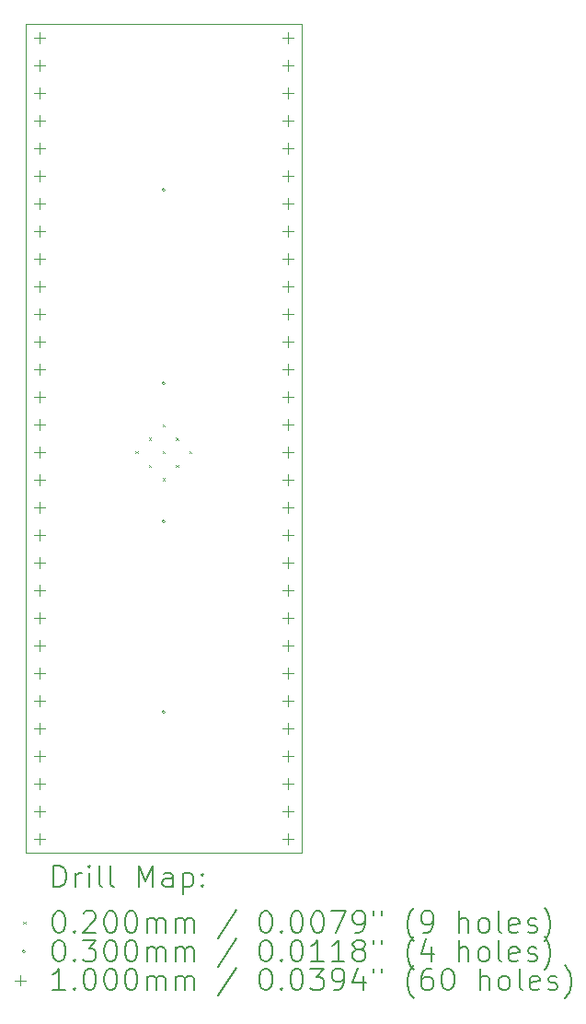
<source format=gbr>
%TF.GenerationSoftware,KiCad,Pcbnew,9.0.6*%
%TF.CreationDate,2026-01-07T22:53:05-06:00*%
%TF.ProjectId,QFN-56_7x7_P0.4,51464e2d-3536-45f3-9778-375f50302e34,rev?*%
%TF.SameCoordinates,Original*%
%TF.FileFunction,Drillmap*%
%TF.FilePolarity,Positive*%
%FSLAX45Y45*%
G04 Gerber Fmt 4.5, Leading zero omitted, Abs format (unit mm)*
G04 Created by KiCad (PCBNEW 9.0.6) date 2026-01-07 22:53:05*
%MOMM*%
%LPD*%
G01*
G04 APERTURE LIST*
%ADD10C,0.050000*%
%ADD11C,0.200000*%
%ADD12C,0.100000*%
G04 APERTURE END LIST*
D10*
X12573000Y-8255000D02*
X15113000Y-8255000D01*
X15113000Y-15875000D01*
X12573000Y-15875000D01*
X12573000Y-8255000D01*
D11*
D12*
X13585513Y-12182000D02*
X13605513Y-12202000D01*
X13605513Y-12182000D02*
X13585513Y-12202000D01*
X13709256Y-12058256D02*
X13729256Y-12078256D01*
X13729256Y-12058256D02*
X13709256Y-12078256D01*
X13709256Y-12305744D02*
X13729256Y-12325744D01*
X13729256Y-12305744D02*
X13709256Y-12325744D01*
X13833000Y-11934513D02*
X13853000Y-11954513D01*
X13853000Y-11934513D02*
X13833000Y-11954513D01*
X13833000Y-12182000D02*
X13853000Y-12202000D01*
X13853000Y-12182000D02*
X13833000Y-12202000D01*
X13833000Y-12429487D02*
X13853000Y-12449487D01*
X13853000Y-12429487D02*
X13833000Y-12449487D01*
X13956744Y-12058256D02*
X13976744Y-12078256D01*
X13976744Y-12058256D02*
X13956744Y-12078256D01*
X13956744Y-12305744D02*
X13976744Y-12325744D01*
X13976744Y-12305744D02*
X13956744Y-12325744D01*
X14080487Y-12182000D02*
X14100487Y-12202000D01*
X14100487Y-12182000D02*
X14080487Y-12202000D01*
X13858000Y-9779000D02*
G75*
G02*
X13828000Y-9779000I-15000J0D01*
G01*
X13828000Y-9779000D02*
G75*
G02*
X13858000Y-9779000I15000J0D01*
G01*
X13858000Y-11557000D02*
G75*
G02*
X13828000Y-11557000I-15000J0D01*
G01*
X13828000Y-11557000D02*
G75*
G02*
X13858000Y-11557000I15000J0D01*
G01*
X13858000Y-12827000D02*
G75*
G02*
X13828000Y-12827000I-15000J0D01*
G01*
X13828000Y-12827000D02*
G75*
G02*
X13858000Y-12827000I15000J0D01*
G01*
X13858000Y-14579600D02*
G75*
G02*
X13828000Y-14579600I-15000J0D01*
G01*
X13828000Y-14579600D02*
G75*
G02*
X13858000Y-14579600I15000J0D01*
G01*
X12700000Y-8332000D02*
X12700000Y-8432000D01*
X12650000Y-8382000D02*
X12750000Y-8382000D01*
X12700000Y-8586000D02*
X12700000Y-8686000D01*
X12650000Y-8636000D02*
X12750000Y-8636000D01*
X12700000Y-8840000D02*
X12700000Y-8940000D01*
X12650000Y-8890000D02*
X12750000Y-8890000D01*
X12700000Y-9094000D02*
X12700000Y-9194000D01*
X12650000Y-9144000D02*
X12750000Y-9144000D01*
X12700000Y-9348000D02*
X12700000Y-9448000D01*
X12650000Y-9398000D02*
X12750000Y-9398000D01*
X12700000Y-9602000D02*
X12700000Y-9702000D01*
X12650000Y-9652000D02*
X12750000Y-9652000D01*
X12700000Y-9856000D02*
X12700000Y-9956000D01*
X12650000Y-9906000D02*
X12750000Y-9906000D01*
X12700000Y-10110000D02*
X12700000Y-10210000D01*
X12650000Y-10160000D02*
X12750000Y-10160000D01*
X12700000Y-10364000D02*
X12700000Y-10464000D01*
X12650000Y-10414000D02*
X12750000Y-10414000D01*
X12700000Y-10618000D02*
X12700000Y-10718000D01*
X12650000Y-10668000D02*
X12750000Y-10668000D01*
X12700000Y-10872000D02*
X12700000Y-10972000D01*
X12650000Y-10922000D02*
X12750000Y-10922000D01*
X12700000Y-11126000D02*
X12700000Y-11226000D01*
X12650000Y-11176000D02*
X12750000Y-11176000D01*
X12700000Y-11380000D02*
X12700000Y-11480000D01*
X12650000Y-11430000D02*
X12750000Y-11430000D01*
X12700000Y-11634000D02*
X12700000Y-11734000D01*
X12650000Y-11684000D02*
X12750000Y-11684000D01*
X12700000Y-11888000D02*
X12700000Y-11988000D01*
X12650000Y-11938000D02*
X12750000Y-11938000D01*
X12700000Y-12142000D02*
X12700000Y-12242000D01*
X12650000Y-12192000D02*
X12750000Y-12192000D01*
X12700000Y-12396000D02*
X12700000Y-12496000D01*
X12650000Y-12446000D02*
X12750000Y-12446000D01*
X12700000Y-12650000D02*
X12700000Y-12750000D01*
X12650000Y-12700000D02*
X12750000Y-12700000D01*
X12700000Y-12904000D02*
X12700000Y-13004000D01*
X12650000Y-12954000D02*
X12750000Y-12954000D01*
X12700000Y-13158000D02*
X12700000Y-13258000D01*
X12650000Y-13208000D02*
X12750000Y-13208000D01*
X12700000Y-13412000D02*
X12700000Y-13512000D01*
X12650000Y-13462000D02*
X12750000Y-13462000D01*
X12700000Y-13666000D02*
X12700000Y-13766000D01*
X12650000Y-13716000D02*
X12750000Y-13716000D01*
X12700000Y-13920000D02*
X12700000Y-14020000D01*
X12650000Y-13970000D02*
X12750000Y-13970000D01*
X12700000Y-14174000D02*
X12700000Y-14274000D01*
X12650000Y-14224000D02*
X12750000Y-14224000D01*
X12700000Y-14428000D02*
X12700000Y-14528000D01*
X12650000Y-14478000D02*
X12750000Y-14478000D01*
X12700000Y-14682000D02*
X12700000Y-14782000D01*
X12650000Y-14732000D02*
X12750000Y-14732000D01*
X12700000Y-14936000D02*
X12700000Y-15036000D01*
X12650000Y-14986000D02*
X12750000Y-14986000D01*
X12700000Y-15190000D02*
X12700000Y-15290000D01*
X12650000Y-15240000D02*
X12750000Y-15240000D01*
X12700000Y-15444000D02*
X12700000Y-15544000D01*
X12650000Y-15494000D02*
X12750000Y-15494000D01*
X12700000Y-15698000D02*
X12700000Y-15798000D01*
X12650000Y-15748000D02*
X12750000Y-15748000D01*
X14986000Y-8332000D02*
X14986000Y-8432000D01*
X14936000Y-8382000D02*
X15036000Y-8382000D01*
X14986000Y-8586000D02*
X14986000Y-8686000D01*
X14936000Y-8636000D02*
X15036000Y-8636000D01*
X14986000Y-8840000D02*
X14986000Y-8940000D01*
X14936000Y-8890000D02*
X15036000Y-8890000D01*
X14986000Y-9094000D02*
X14986000Y-9194000D01*
X14936000Y-9144000D02*
X15036000Y-9144000D01*
X14986000Y-9348000D02*
X14986000Y-9448000D01*
X14936000Y-9398000D02*
X15036000Y-9398000D01*
X14986000Y-9602000D02*
X14986000Y-9702000D01*
X14936000Y-9652000D02*
X15036000Y-9652000D01*
X14986000Y-9856000D02*
X14986000Y-9956000D01*
X14936000Y-9906000D02*
X15036000Y-9906000D01*
X14986000Y-10110000D02*
X14986000Y-10210000D01*
X14936000Y-10160000D02*
X15036000Y-10160000D01*
X14986000Y-10364000D02*
X14986000Y-10464000D01*
X14936000Y-10414000D02*
X15036000Y-10414000D01*
X14986000Y-10618000D02*
X14986000Y-10718000D01*
X14936000Y-10668000D02*
X15036000Y-10668000D01*
X14986000Y-10872000D02*
X14986000Y-10972000D01*
X14936000Y-10922000D02*
X15036000Y-10922000D01*
X14986000Y-11126000D02*
X14986000Y-11226000D01*
X14936000Y-11176000D02*
X15036000Y-11176000D01*
X14986000Y-11380000D02*
X14986000Y-11480000D01*
X14936000Y-11430000D02*
X15036000Y-11430000D01*
X14986000Y-11634000D02*
X14986000Y-11734000D01*
X14936000Y-11684000D02*
X15036000Y-11684000D01*
X14986000Y-11888000D02*
X14986000Y-11988000D01*
X14936000Y-11938000D02*
X15036000Y-11938000D01*
X14986000Y-12142000D02*
X14986000Y-12242000D01*
X14936000Y-12192000D02*
X15036000Y-12192000D01*
X14986000Y-12396000D02*
X14986000Y-12496000D01*
X14936000Y-12446000D02*
X15036000Y-12446000D01*
X14986000Y-12650000D02*
X14986000Y-12750000D01*
X14936000Y-12700000D02*
X15036000Y-12700000D01*
X14986000Y-12904000D02*
X14986000Y-13004000D01*
X14936000Y-12954000D02*
X15036000Y-12954000D01*
X14986000Y-13158000D02*
X14986000Y-13258000D01*
X14936000Y-13208000D02*
X15036000Y-13208000D01*
X14986000Y-13412000D02*
X14986000Y-13512000D01*
X14936000Y-13462000D02*
X15036000Y-13462000D01*
X14986000Y-13666000D02*
X14986000Y-13766000D01*
X14936000Y-13716000D02*
X15036000Y-13716000D01*
X14986000Y-13920000D02*
X14986000Y-14020000D01*
X14936000Y-13970000D02*
X15036000Y-13970000D01*
X14986000Y-14174000D02*
X14986000Y-14274000D01*
X14936000Y-14224000D02*
X15036000Y-14224000D01*
X14986000Y-14428000D02*
X14986000Y-14528000D01*
X14936000Y-14478000D02*
X15036000Y-14478000D01*
X14986000Y-14682000D02*
X14986000Y-14782000D01*
X14936000Y-14732000D02*
X15036000Y-14732000D01*
X14986000Y-14936000D02*
X14986000Y-15036000D01*
X14936000Y-14986000D02*
X15036000Y-14986000D01*
X14986000Y-15190000D02*
X14986000Y-15290000D01*
X14936000Y-15240000D02*
X15036000Y-15240000D01*
X14986000Y-15444000D02*
X14986000Y-15544000D01*
X14936000Y-15494000D02*
X15036000Y-15494000D01*
X14986000Y-15698000D02*
X14986000Y-15798000D01*
X14936000Y-15748000D02*
X15036000Y-15748000D01*
D11*
X12831277Y-16188984D02*
X12831277Y-15988984D01*
X12831277Y-15988984D02*
X12878896Y-15988984D01*
X12878896Y-15988984D02*
X12907467Y-15998508D01*
X12907467Y-15998508D02*
X12926515Y-16017555D01*
X12926515Y-16017555D02*
X12936039Y-16036603D01*
X12936039Y-16036603D02*
X12945562Y-16074698D01*
X12945562Y-16074698D02*
X12945562Y-16103269D01*
X12945562Y-16103269D02*
X12936039Y-16141365D01*
X12936039Y-16141365D02*
X12926515Y-16160412D01*
X12926515Y-16160412D02*
X12907467Y-16179460D01*
X12907467Y-16179460D02*
X12878896Y-16188984D01*
X12878896Y-16188984D02*
X12831277Y-16188984D01*
X13031277Y-16188984D02*
X13031277Y-16055650D01*
X13031277Y-16093746D02*
X13040801Y-16074698D01*
X13040801Y-16074698D02*
X13050324Y-16065174D01*
X13050324Y-16065174D02*
X13069372Y-16055650D01*
X13069372Y-16055650D02*
X13088420Y-16055650D01*
X13155086Y-16188984D02*
X13155086Y-16055650D01*
X13155086Y-15988984D02*
X13145562Y-15998508D01*
X13145562Y-15998508D02*
X13155086Y-16008031D01*
X13155086Y-16008031D02*
X13164610Y-15998508D01*
X13164610Y-15998508D02*
X13155086Y-15988984D01*
X13155086Y-15988984D02*
X13155086Y-16008031D01*
X13278896Y-16188984D02*
X13259848Y-16179460D01*
X13259848Y-16179460D02*
X13250324Y-16160412D01*
X13250324Y-16160412D02*
X13250324Y-15988984D01*
X13383658Y-16188984D02*
X13364610Y-16179460D01*
X13364610Y-16179460D02*
X13355086Y-16160412D01*
X13355086Y-16160412D02*
X13355086Y-15988984D01*
X13612229Y-16188984D02*
X13612229Y-15988984D01*
X13612229Y-15988984D02*
X13678896Y-16131841D01*
X13678896Y-16131841D02*
X13745562Y-15988984D01*
X13745562Y-15988984D02*
X13745562Y-16188984D01*
X13926515Y-16188984D02*
X13926515Y-16084222D01*
X13926515Y-16084222D02*
X13916991Y-16065174D01*
X13916991Y-16065174D02*
X13897943Y-16055650D01*
X13897943Y-16055650D02*
X13859848Y-16055650D01*
X13859848Y-16055650D02*
X13840801Y-16065174D01*
X13926515Y-16179460D02*
X13907467Y-16188984D01*
X13907467Y-16188984D02*
X13859848Y-16188984D01*
X13859848Y-16188984D02*
X13840801Y-16179460D01*
X13840801Y-16179460D02*
X13831277Y-16160412D01*
X13831277Y-16160412D02*
X13831277Y-16141365D01*
X13831277Y-16141365D02*
X13840801Y-16122317D01*
X13840801Y-16122317D02*
X13859848Y-16112793D01*
X13859848Y-16112793D02*
X13907467Y-16112793D01*
X13907467Y-16112793D02*
X13926515Y-16103269D01*
X14021753Y-16055650D02*
X14021753Y-16255650D01*
X14021753Y-16065174D02*
X14040801Y-16055650D01*
X14040801Y-16055650D02*
X14078896Y-16055650D01*
X14078896Y-16055650D02*
X14097943Y-16065174D01*
X14097943Y-16065174D02*
X14107467Y-16074698D01*
X14107467Y-16074698D02*
X14116991Y-16093746D01*
X14116991Y-16093746D02*
X14116991Y-16150888D01*
X14116991Y-16150888D02*
X14107467Y-16169936D01*
X14107467Y-16169936D02*
X14097943Y-16179460D01*
X14097943Y-16179460D02*
X14078896Y-16188984D01*
X14078896Y-16188984D02*
X14040801Y-16188984D01*
X14040801Y-16188984D02*
X14021753Y-16179460D01*
X14202705Y-16169936D02*
X14212229Y-16179460D01*
X14212229Y-16179460D02*
X14202705Y-16188984D01*
X14202705Y-16188984D02*
X14193182Y-16179460D01*
X14193182Y-16179460D02*
X14202705Y-16169936D01*
X14202705Y-16169936D02*
X14202705Y-16188984D01*
X14202705Y-16065174D02*
X14212229Y-16074698D01*
X14212229Y-16074698D02*
X14202705Y-16084222D01*
X14202705Y-16084222D02*
X14193182Y-16074698D01*
X14193182Y-16074698D02*
X14202705Y-16065174D01*
X14202705Y-16065174D02*
X14202705Y-16084222D01*
D12*
X12550500Y-16507500D02*
X12570500Y-16527500D01*
X12570500Y-16507500D02*
X12550500Y-16527500D01*
D11*
X12869372Y-16408984D02*
X12888420Y-16408984D01*
X12888420Y-16408984D02*
X12907467Y-16418508D01*
X12907467Y-16418508D02*
X12916991Y-16428031D01*
X12916991Y-16428031D02*
X12926515Y-16447079D01*
X12926515Y-16447079D02*
X12936039Y-16485174D01*
X12936039Y-16485174D02*
X12936039Y-16532793D01*
X12936039Y-16532793D02*
X12926515Y-16570888D01*
X12926515Y-16570888D02*
X12916991Y-16589936D01*
X12916991Y-16589936D02*
X12907467Y-16599460D01*
X12907467Y-16599460D02*
X12888420Y-16608984D01*
X12888420Y-16608984D02*
X12869372Y-16608984D01*
X12869372Y-16608984D02*
X12850324Y-16599460D01*
X12850324Y-16599460D02*
X12840801Y-16589936D01*
X12840801Y-16589936D02*
X12831277Y-16570888D01*
X12831277Y-16570888D02*
X12821753Y-16532793D01*
X12821753Y-16532793D02*
X12821753Y-16485174D01*
X12821753Y-16485174D02*
X12831277Y-16447079D01*
X12831277Y-16447079D02*
X12840801Y-16428031D01*
X12840801Y-16428031D02*
X12850324Y-16418508D01*
X12850324Y-16418508D02*
X12869372Y-16408984D01*
X13021753Y-16589936D02*
X13031277Y-16599460D01*
X13031277Y-16599460D02*
X13021753Y-16608984D01*
X13021753Y-16608984D02*
X13012229Y-16599460D01*
X13012229Y-16599460D02*
X13021753Y-16589936D01*
X13021753Y-16589936D02*
X13021753Y-16608984D01*
X13107467Y-16428031D02*
X13116991Y-16418508D01*
X13116991Y-16418508D02*
X13136039Y-16408984D01*
X13136039Y-16408984D02*
X13183658Y-16408984D01*
X13183658Y-16408984D02*
X13202705Y-16418508D01*
X13202705Y-16418508D02*
X13212229Y-16428031D01*
X13212229Y-16428031D02*
X13221753Y-16447079D01*
X13221753Y-16447079D02*
X13221753Y-16466127D01*
X13221753Y-16466127D02*
X13212229Y-16494698D01*
X13212229Y-16494698D02*
X13097943Y-16608984D01*
X13097943Y-16608984D02*
X13221753Y-16608984D01*
X13345562Y-16408984D02*
X13364610Y-16408984D01*
X13364610Y-16408984D02*
X13383658Y-16418508D01*
X13383658Y-16418508D02*
X13393182Y-16428031D01*
X13393182Y-16428031D02*
X13402705Y-16447079D01*
X13402705Y-16447079D02*
X13412229Y-16485174D01*
X13412229Y-16485174D02*
X13412229Y-16532793D01*
X13412229Y-16532793D02*
X13402705Y-16570888D01*
X13402705Y-16570888D02*
X13393182Y-16589936D01*
X13393182Y-16589936D02*
X13383658Y-16599460D01*
X13383658Y-16599460D02*
X13364610Y-16608984D01*
X13364610Y-16608984D02*
X13345562Y-16608984D01*
X13345562Y-16608984D02*
X13326515Y-16599460D01*
X13326515Y-16599460D02*
X13316991Y-16589936D01*
X13316991Y-16589936D02*
X13307467Y-16570888D01*
X13307467Y-16570888D02*
X13297943Y-16532793D01*
X13297943Y-16532793D02*
X13297943Y-16485174D01*
X13297943Y-16485174D02*
X13307467Y-16447079D01*
X13307467Y-16447079D02*
X13316991Y-16428031D01*
X13316991Y-16428031D02*
X13326515Y-16418508D01*
X13326515Y-16418508D02*
X13345562Y-16408984D01*
X13536039Y-16408984D02*
X13555086Y-16408984D01*
X13555086Y-16408984D02*
X13574134Y-16418508D01*
X13574134Y-16418508D02*
X13583658Y-16428031D01*
X13583658Y-16428031D02*
X13593182Y-16447079D01*
X13593182Y-16447079D02*
X13602705Y-16485174D01*
X13602705Y-16485174D02*
X13602705Y-16532793D01*
X13602705Y-16532793D02*
X13593182Y-16570888D01*
X13593182Y-16570888D02*
X13583658Y-16589936D01*
X13583658Y-16589936D02*
X13574134Y-16599460D01*
X13574134Y-16599460D02*
X13555086Y-16608984D01*
X13555086Y-16608984D02*
X13536039Y-16608984D01*
X13536039Y-16608984D02*
X13516991Y-16599460D01*
X13516991Y-16599460D02*
X13507467Y-16589936D01*
X13507467Y-16589936D02*
X13497943Y-16570888D01*
X13497943Y-16570888D02*
X13488420Y-16532793D01*
X13488420Y-16532793D02*
X13488420Y-16485174D01*
X13488420Y-16485174D02*
X13497943Y-16447079D01*
X13497943Y-16447079D02*
X13507467Y-16428031D01*
X13507467Y-16428031D02*
X13516991Y-16418508D01*
X13516991Y-16418508D02*
X13536039Y-16408984D01*
X13688420Y-16608984D02*
X13688420Y-16475650D01*
X13688420Y-16494698D02*
X13697943Y-16485174D01*
X13697943Y-16485174D02*
X13716991Y-16475650D01*
X13716991Y-16475650D02*
X13745563Y-16475650D01*
X13745563Y-16475650D02*
X13764610Y-16485174D01*
X13764610Y-16485174D02*
X13774134Y-16504222D01*
X13774134Y-16504222D02*
X13774134Y-16608984D01*
X13774134Y-16504222D02*
X13783658Y-16485174D01*
X13783658Y-16485174D02*
X13802705Y-16475650D01*
X13802705Y-16475650D02*
X13831277Y-16475650D01*
X13831277Y-16475650D02*
X13850324Y-16485174D01*
X13850324Y-16485174D02*
X13859848Y-16504222D01*
X13859848Y-16504222D02*
X13859848Y-16608984D01*
X13955086Y-16608984D02*
X13955086Y-16475650D01*
X13955086Y-16494698D02*
X13964610Y-16485174D01*
X13964610Y-16485174D02*
X13983658Y-16475650D01*
X13983658Y-16475650D02*
X14012229Y-16475650D01*
X14012229Y-16475650D02*
X14031277Y-16485174D01*
X14031277Y-16485174D02*
X14040801Y-16504222D01*
X14040801Y-16504222D02*
X14040801Y-16608984D01*
X14040801Y-16504222D02*
X14050324Y-16485174D01*
X14050324Y-16485174D02*
X14069372Y-16475650D01*
X14069372Y-16475650D02*
X14097943Y-16475650D01*
X14097943Y-16475650D02*
X14116991Y-16485174D01*
X14116991Y-16485174D02*
X14126515Y-16504222D01*
X14126515Y-16504222D02*
X14126515Y-16608984D01*
X14516991Y-16399460D02*
X14345563Y-16656603D01*
X14774134Y-16408984D02*
X14793182Y-16408984D01*
X14793182Y-16408984D02*
X14812229Y-16418508D01*
X14812229Y-16418508D02*
X14821753Y-16428031D01*
X14821753Y-16428031D02*
X14831277Y-16447079D01*
X14831277Y-16447079D02*
X14840801Y-16485174D01*
X14840801Y-16485174D02*
X14840801Y-16532793D01*
X14840801Y-16532793D02*
X14831277Y-16570888D01*
X14831277Y-16570888D02*
X14821753Y-16589936D01*
X14821753Y-16589936D02*
X14812229Y-16599460D01*
X14812229Y-16599460D02*
X14793182Y-16608984D01*
X14793182Y-16608984D02*
X14774134Y-16608984D01*
X14774134Y-16608984D02*
X14755086Y-16599460D01*
X14755086Y-16599460D02*
X14745563Y-16589936D01*
X14745563Y-16589936D02*
X14736039Y-16570888D01*
X14736039Y-16570888D02*
X14726515Y-16532793D01*
X14726515Y-16532793D02*
X14726515Y-16485174D01*
X14726515Y-16485174D02*
X14736039Y-16447079D01*
X14736039Y-16447079D02*
X14745563Y-16428031D01*
X14745563Y-16428031D02*
X14755086Y-16418508D01*
X14755086Y-16418508D02*
X14774134Y-16408984D01*
X14926515Y-16589936D02*
X14936039Y-16599460D01*
X14936039Y-16599460D02*
X14926515Y-16608984D01*
X14926515Y-16608984D02*
X14916991Y-16599460D01*
X14916991Y-16599460D02*
X14926515Y-16589936D01*
X14926515Y-16589936D02*
X14926515Y-16608984D01*
X15059848Y-16408984D02*
X15078896Y-16408984D01*
X15078896Y-16408984D02*
X15097944Y-16418508D01*
X15097944Y-16418508D02*
X15107467Y-16428031D01*
X15107467Y-16428031D02*
X15116991Y-16447079D01*
X15116991Y-16447079D02*
X15126515Y-16485174D01*
X15126515Y-16485174D02*
X15126515Y-16532793D01*
X15126515Y-16532793D02*
X15116991Y-16570888D01*
X15116991Y-16570888D02*
X15107467Y-16589936D01*
X15107467Y-16589936D02*
X15097944Y-16599460D01*
X15097944Y-16599460D02*
X15078896Y-16608984D01*
X15078896Y-16608984D02*
X15059848Y-16608984D01*
X15059848Y-16608984D02*
X15040801Y-16599460D01*
X15040801Y-16599460D02*
X15031277Y-16589936D01*
X15031277Y-16589936D02*
X15021753Y-16570888D01*
X15021753Y-16570888D02*
X15012229Y-16532793D01*
X15012229Y-16532793D02*
X15012229Y-16485174D01*
X15012229Y-16485174D02*
X15021753Y-16447079D01*
X15021753Y-16447079D02*
X15031277Y-16428031D01*
X15031277Y-16428031D02*
X15040801Y-16418508D01*
X15040801Y-16418508D02*
X15059848Y-16408984D01*
X15250325Y-16408984D02*
X15269372Y-16408984D01*
X15269372Y-16408984D02*
X15288420Y-16418508D01*
X15288420Y-16418508D02*
X15297944Y-16428031D01*
X15297944Y-16428031D02*
X15307467Y-16447079D01*
X15307467Y-16447079D02*
X15316991Y-16485174D01*
X15316991Y-16485174D02*
X15316991Y-16532793D01*
X15316991Y-16532793D02*
X15307467Y-16570888D01*
X15307467Y-16570888D02*
X15297944Y-16589936D01*
X15297944Y-16589936D02*
X15288420Y-16599460D01*
X15288420Y-16599460D02*
X15269372Y-16608984D01*
X15269372Y-16608984D02*
X15250325Y-16608984D01*
X15250325Y-16608984D02*
X15231277Y-16599460D01*
X15231277Y-16599460D02*
X15221753Y-16589936D01*
X15221753Y-16589936D02*
X15212229Y-16570888D01*
X15212229Y-16570888D02*
X15202706Y-16532793D01*
X15202706Y-16532793D02*
X15202706Y-16485174D01*
X15202706Y-16485174D02*
X15212229Y-16447079D01*
X15212229Y-16447079D02*
X15221753Y-16428031D01*
X15221753Y-16428031D02*
X15231277Y-16418508D01*
X15231277Y-16418508D02*
X15250325Y-16408984D01*
X15383658Y-16408984D02*
X15516991Y-16408984D01*
X15516991Y-16408984D02*
X15431277Y-16608984D01*
X15602706Y-16608984D02*
X15640801Y-16608984D01*
X15640801Y-16608984D02*
X15659848Y-16599460D01*
X15659848Y-16599460D02*
X15669372Y-16589936D01*
X15669372Y-16589936D02*
X15688420Y-16561365D01*
X15688420Y-16561365D02*
X15697944Y-16523269D01*
X15697944Y-16523269D02*
X15697944Y-16447079D01*
X15697944Y-16447079D02*
X15688420Y-16428031D01*
X15688420Y-16428031D02*
X15678896Y-16418508D01*
X15678896Y-16418508D02*
X15659848Y-16408984D01*
X15659848Y-16408984D02*
X15621753Y-16408984D01*
X15621753Y-16408984D02*
X15602706Y-16418508D01*
X15602706Y-16418508D02*
X15593182Y-16428031D01*
X15593182Y-16428031D02*
X15583658Y-16447079D01*
X15583658Y-16447079D02*
X15583658Y-16494698D01*
X15583658Y-16494698D02*
X15593182Y-16513746D01*
X15593182Y-16513746D02*
X15602706Y-16523269D01*
X15602706Y-16523269D02*
X15621753Y-16532793D01*
X15621753Y-16532793D02*
X15659848Y-16532793D01*
X15659848Y-16532793D02*
X15678896Y-16523269D01*
X15678896Y-16523269D02*
X15688420Y-16513746D01*
X15688420Y-16513746D02*
X15697944Y-16494698D01*
X15774134Y-16408984D02*
X15774134Y-16447079D01*
X15850325Y-16408984D02*
X15850325Y-16447079D01*
X16145563Y-16685174D02*
X16136039Y-16675650D01*
X16136039Y-16675650D02*
X16116991Y-16647079D01*
X16116991Y-16647079D02*
X16107468Y-16628031D01*
X16107468Y-16628031D02*
X16097944Y-16599460D01*
X16097944Y-16599460D02*
X16088420Y-16551841D01*
X16088420Y-16551841D02*
X16088420Y-16513746D01*
X16088420Y-16513746D02*
X16097944Y-16466127D01*
X16097944Y-16466127D02*
X16107468Y-16437555D01*
X16107468Y-16437555D02*
X16116991Y-16418508D01*
X16116991Y-16418508D02*
X16136039Y-16389936D01*
X16136039Y-16389936D02*
X16145563Y-16380412D01*
X16231277Y-16608984D02*
X16269372Y-16608984D01*
X16269372Y-16608984D02*
X16288420Y-16599460D01*
X16288420Y-16599460D02*
X16297944Y-16589936D01*
X16297944Y-16589936D02*
X16316991Y-16561365D01*
X16316991Y-16561365D02*
X16326515Y-16523269D01*
X16326515Y-16523269D02*
X16326515Y-16447079D01*
X16326515Y-16447079D02*
X16316991Y-16428031D01*
X16316991Y-16428031D02*
X16307468Y-16418508D01*
X16307468Y-16418508D02*
X16288420Y-16408984D01*
X16288420Y-16408984D02*
X16250325Y-16408984D01*
X16250325Y-16408984D02*
X16231277Y-16418508D01*
X16231277Y-16418508D02*
X16221753Y-16428031D01*
X16221753Y-16428031D02*
X16212229Y-16447079D01*
X16212229Y-16447079D02*
X16212229Y-16494698D01*
X16212229Y-16494698D02*
X16221753Y-16513746D01*
X16221753Y-16513746D02*
X16231277Y-16523269D01*
X16231277Y-16523269D02*
X16250325Y-16532793D01*
X16250325Y-16532793D02*
X16288420Y-16532793D01*
X16288420Y-16532793D02*
X16307468Y-16523269D01*
X16307468Y-16523269D02*
X16316991Y-16513746D01*
X16316991Y-16513746D02*
X16326515Y-16494698D01*
X16564610Y-16608984D02*
X16564610Y-16408984D01*
X16650325Y-16608984D02*
X16650325Y-16504222D01*
X16650325Y-16504222D02*
X16640801Y-16485174D01*
X16640801Y-16485174D02*
X16621753Y-16475650D01*
X16621753Y-16475650D02*
X16593182Y-16475650D01*
X16593182Y-16475650D02*
X16574134Y-16485174D01*
X16574134Y-16485174D02*
X16564610Y-16494698D01*
X16774134Y-16608984D02*
X16755087Y-16599460D01*
X16755087Y-16599460D02*
X16745563Y-16589936D01*
X16745563Y-16589936D02*
X16736039Y-16570888D01*
X16736039Y-16570888D02*
X16736039Y-16513746D01*
X16736039Y-16513746D02*
X16745563Y-16494698D01*
X16745563Y-16494698D02*
X16755087Y-16485174D01*
X16755087Y-16485174D02*
X16774134Y-16475650D01*
X16774134Y-16475650D02*
X16802706Y-16475650D01*
X16802706Y-16475650D02*
X16821753Y-16485174D01*
X16821753Y-16485174D02*
X16831277Y-16494698D01*
X16831277Y-16494698D02*
X16840801Y-16513746D01*
X16840801Y-16513746D02*
X16840801Y-16570888D01*
X16840801Y-16570888D02*
X16831277Y-16589936D01*
X16831277Y-16589936D02*
X16821753Y-16599460D01*
X16821753Y-16599460D02*
X16802706Y-16608984D01*
X16802706Y-16608984D02*
X16774134Y-16608984D01*
X16955087Y-16608984D02*
X16936039Y-16599460D01*
X16936039Y-16599460D02*
X16926515Y-16580412D01*
X16926515Y-16580412D02*
X16926515Y-16408984D01*
X17107468Y-16599460D02*
X17088420Y-16608984D01*
X17088420Y-16608984D02*
X17050325Y-16608984D01*
X17050325Y-16608984D02*
X17031277Y-16599460D01*
X17031277Y-16599460D02*
X17021753Y-16580412D01*
X17021753Y-16580412D02*
X17021753Y-16504222D01*
X17021753Y-16504222D02*
X17031277Y-16485174D01*
X17031277Y-16485174D02*
X17050325Y-16475650D01*
X17050325Y-16475650D02*
X17088420Y-16475650D01*
X17088420Y-16475650D02*
X17107468Y-16485174D01*
X17107468Y-16485174D02*
X17116992Y-16504222D01*
X17116992Y-16504222D02*
X17116992Y-16523269D01*
X17116992Y-16523269D02*
X17021753Y-16542317D01*
X17193182Y-16599460D02*
X17212230Y-16608984D01*
X17212230Y-16608984D02*
X17250325Y-16608984D01*
X17250325Y-16608984D02*
X17269373Y-16599460D01*
X17269373Y-16599460D02*
X17278896Y-16580412D01*
X17278896Y-16580412D02*
X17278896Y-16570888D01*
X17278896Y-16570888D02*
X17269373Y-16551841D01*
X17269373Y-16551841D02*
X17250325Y-16542317D01*
X17250325Y-16542317D02*
X17221753Y-16542317D01*
X17221753Y-16542317D02*
X17202706Y-16532793D01*
X17202706Y-16532793D02*
X17193182Y-16513746D01*
X17193182Y-16513746D02*
X17193182Y-16504222D01*
X17193182Y-16504222D02*
X17202706Y-16485174D01*
X17202706Y-16485174D02*
X17221753Y-16475650D01*
X17221753Y-16475650D02*
X17250325Y-16475650D01*
X17250325Y-16475650D02*
X17269373Y-16485174D01*
X17345563Y-16685174D02*
X17355087Y-16675650D01*
X17355087Y-16675650D02*
X17374134Y-16647079D01*
X17374134Y-16647079D02*
X17383658Y-16628031D01*
X17383658Y-16628031D02*
X17393182Y-16599460D01*
X17393182Y-16599460D02*
X17402706Y-16551841D01*
X17402706Y-16551841D02*
X17402706Y-16513746D01*
X17402706Y-16513746D02*
X17393182Y-16466127D01*
X17393182Y-16466127D02*
X17383658Y-16437555D01*
X17383658Y-16437555D02*
X17374134Y-16418508D01*
X17374134Y-16418508D02*
X17355087Y-16389936D01*
X17355087Y-16389936D02*
X17345563Y-16380412D01*
D12*
X12570500Y-16781500D02*
G75*
G02*
X12540500Y-16781500I-15000J0D01*
G01*
X12540500Y-16781500D02*
G75*
G02*
X12570500Y-16781500I15000J0D01*
G01*
D11*
X12869372Y-16672984D02*
X12888420Y-16672984D01*
X12888420Y-16672984D02*
X12907467Y-16682508D01*
X12907467Y-16682508D02*
X12916991Y-16692031D01*
X12916991Y-16692031D02*
X12926515Y-16711079D01*
X12926515Y-16711079D02*
X12936039Y-16749174D01*
X12936039Y-16749174D02*
X12936039Y-16796793D01*
X12936039Y-16796793D02*
X12926515Y-16834889D01*
X12926515Y-16834889D02*
X12916991Y-16853936D01*
X12916991Y-16853936D02*
X12907467Y-16863460D01*
X12907467Y-16863460D02*
X12888420Y-16872984D01*
X12888420Y-16872984D02*
X12869372Y-16872984D01*
X12869372Y-16872984D02*
X12850324Y-16863460D01*
X12850324Y-16863460D02*
X12840801Y-16853936D01*
X12840801Y-16853936D02*
X12831277Y-16834889D01*
X12831277Y-16834889D02*
X12821753Y-16796793D01*
X12821753Y-16796793D02*
X12821753Y-16749174D01*
X12821753Y-16749174D02*
X12831277Y-16711079D01*
X12831277Y-16711079D02*
X12840801Y-16692031D01*
X12840801Y-16692031D02*
X12850324Y-16682508D01*
X12850324Y-16682508D02*
X12869372Y-16672984D01*
X13021753Y-16853936D02*
X13031277Y-16863460D01*
X13031277Y-16863460D02*
X13021753Y-16872984D01*
X13021753Y-16872984D02*
X13012229Y-16863460D01*
X13012229Y-16863460D02*
X13021753Y-16853936D01*
X13021753Y-16853936D02*
X13021753Y-16872984D01*
X13097943Y-16672984D02*
X13221753Y-16672984D01*
X13221753Y-16672984D02*
X13155086Y-16749174D01*
X13155086Y-16749174D02*
X13183658Y-16749174D01*
X13183658Y-16749174D02*
X13202705Y-16758698D01*
X13202705Y-16758698D02*
X13212229Y-16768222D01*
X13212229Y-16768222D02*
X13221753Y-16787270D01*
X13221753Y-16787270D02*
X13221753Y-16834889D01*
X13221753Y-16834889D02*
X13212229Y-16853936D01*
X13212229Y-16853936D02*
X13202705Y-16863460D01*
X13202705Y-16863460D02*
X13183658Y-16872984D01*
X13183658Y-16872984D02*
X13126515Y-16872984D01*
X13126515Y-16872984D02*
X13107467Y-16863460D01*
X13107467Y-16863460D02*
X13097943Y-16853936D01*
X13345562Y-16672984D02*
X13364610Y-16672984D01*
X13364610Y-16672984D02*
X13383658Y-16682508D01*
X13383658Y-16682508D02*
X13393182Y-16692031D01*
X13393182Y-16692031D02*
X13402705Y-16711079D01*
X13402705Y-16711079D02*
X13412229Y-16749174D01*
X13412229Y-16749174D02*
X13412229Y-16796793D01*
X13412229Y-16796793D02*
X13402705Y-16834889D01*
X13402705Y-16834889D02*
X13393182Y-16853936D01*
X13393182Y-16853936D02*
X13383658Y-16863460D01*
X13383658Y-16863460D02*
X13364610Y-16872984D01*
X13364610Y-16872984D02*
X13345562Y-16872984D01*
X13345562Y-16872984D02*
X13326515Y-16863460D01*
X13326515Y-16863460D02*
X13316991Y-16853936D01*
X13316991Y-16853936D02*
X13307467Y-16834889D01*
X13307467Y-16834889D02*
X13297943Y-16796793D01*
X13297943Y-16796793D02*
X13297943Y-16749174D01*
X13297943Y-16749174D02*
X13307467Y-16711079D01*
X13307467Y-16711079D02*
X13316991Y-16692031D01*
X13316991Y-16692031D02*
X13326515Y-16682508D01*
X13326515Y-16682508D02*
X13345562Y-16672984D01*
X13536039Y-16672984D02*
X13555086Y-16672984D01*
X13555086Y-16672984D02*
X13574134Y-16682508D01*
X13574134Y-16682508D02*
X13583658Y-16692031D01*
X13583658Y-16692031D02*
X13593182Y-16711079D01*
X13593182Y-16711079D02*
X13602705Y-16749174D01*
X13602705Y-16749174D02*
X13602705Y-16796793D01*
X13602705Y-16796793D02*
X13593182Y-16834889D01*
X13593182Y-16834889D02*
X13583658Y-16853936D01*
X13583658Y-16853936D02*
X13574134Y-16863460D01*
X13574134Y-16863460D02*
X13555086Y-16872984D01*
X13555086Y-16872984D02*
X13536039Y-16872984D01*
X13536039Y-16872984D02*
X13516991Y-16863460D01*
X13516991Y-16863460D02*
X13507467Y-16853936D01*
X13507467Y-16853936D02*
X13497943Y-16834889D01*
X13497943Y-16834889D02*
X13488420Y-16796793D01*
X13488420Y-16796793D02*
X13488420Y-16749174D01*
X13488420Y-16749174D02*
X13497943Y-16711079D01*
X13497943Y-16711079D02*
X13507467Y-16692031D01*
X13507467Y-16692031D02*
X13516991Y-16682508D01*
X13516991Y-16682508D02*
X13536039Y-16672984D01*
X13688420Y-16872984D02*
X13688420Y-16739650D01*
X13688420Y-16758698D02*
X13697943Y-16749174D01*
X13697943Y-16749174D02*
X13716991Y-16739650D01*
X13716991Y-16739650D02*
X13745563Y-16739650D01*
X13745563Y-16739650D02*
X13764610Y-16749174D01*
X13764610Y-16749174D02*
X13774134Y-16768222D01*
X13774134Y-16768222D02*
X13774134Y-16872984D01*
X13774134Y-16768222D02*
X13783658Y-16749174D01*
X13783658Y-16749174D02*
X13802705Y-16739650D01*
X13802705Y-16739650D02*
X13831277Y-16739650D01*
X13831277Y-16739650D02*
X13850324Y-16749174D01*
X13850324Y-16749174D02*
X13859848Y-16768222D01*
X13859848Y-16768222D02*
X13859848Y-16872984D01*
X13955086Y-16872984D02*
X13955086Y-16739650D01*
X13955086Y-16758698D02*
X13964610Y-16749174D01*
X13964610Y-16749174D02*
X13983658Y-16739650D01*
X13983658Y-16739650D02*
X14012229Y-16739650D01*
X14012229Y-16739650D02*
X14031277Y-16749174D01*
X14031277Y-16749174D02*
X14040801Y-16768222D01*
X14040801Y-16768222D02*
X14040801Y-16872984D01*
X14040801Y-16768222D02*
X14050324Y-16749174D01*
X14050324Y-16749174D02*
X14069372Y-16739650D01*
X14069372Y-16739650D02*
X14097943Y-16739650D01*
X14097943Y-16739650D02*
X14116991Y-16749174D01*
X14116991Y-16749174D02*
X14126515Y-16768222D01*
X14126515Y-16768222D02*
X14126515Y-16872984D01*
X14516991Y-16663460D02*
X14345563Y-16920603D01*
X14774134Y-16672984D02*
X14793182Y-16672984D01*
X14793182Y-16672984D02*
X14812229Y-16682508D01*
X14812229Y-16682508D02*
X14821753Y-16692031D01*
X14821753Y-16692031D02*
X14831277Y-16711079D01*
X14831277Y-16711079D02*
X14840801Y-16749174D01*
X14840801Y-16749174D02*
X14840801Y-16796793D01*
X14840801Y-16796793D02*
X14831277Y-16834889D01*
X14831277Y-16834889D02*
X14821753Y-16853936D01*
X14821753Y-16853936D02*
X14812229Y-16863460D01*
X14812229Y-16863460D02*
X14793182Y-16872984D01*
X14793182Y-16872984D02*
X14774134Y-16872984D01*
X14774134Y-16872984D02*
X14755086Y-16863460D01*
X14755086Y-16863460D02*
X14745563Y-16853936D01*
X14745563Y-16853936D02*
X14736039Y-16834889D01*
X14736039Y-16834889D02*
X14726515Y-16796793D01*
X14726515Y-16796793D02*
X14726515Y-16749174D01*
X14726515Y-16749174D02*
X14736039Y-16711079D01*
X14736039Y-16711079D02*
X14745563Y-16692031D01*
X14745563Y-16692031D02*
X14755086Y-16682508D01*
X14755086Y-16682508D02*
X14774134Y-16672984D01*
X14926515Y-16853936D02*
X14936039Y-16863460D01*
X14936039Y-16863460D02*
X14926515Y-16872984D01*
X14926515Y-16872984D02*
X14916991Y-16863460D01*
X14916991Y-16863460D02*
X14926515Y-16853936D01*
X14926515Y-16853936D02*
X14926515Y-16872984D01*
X15059848Y-16672984D02*
X15078896Y-16672984D01*
X15078896Y-16672984D02*
X15097944Y-16682508D01*
X15097944Y-16682508D02*
X15107467Y-16692031D01*
X15107467Y-16692031D02*
X15116991Y-16711079D01*
X15116991Y-16711079D02*
X15126515Y-16749174D01*
X15126515Y-16749174D02*
X15126515Y-16796793D01*
X15126515Y-16796793D02*
X15116991Y-16834889D01*
X15116991Y-16834889D02*
X15107467Y-16853936D01*
X15107467Y-16853936D02*
X15097944Y-16863460D01*
X15097944Y-16863460D02*
X15078896Y-16872984D01*
X15078896Y-16872984D02*
X15059848Y-16872984D01*
X15059848Y-16872984D02*
X15040801Y-16863460D01*
X15040801Y-16863460D02*
X15031277Y-16853936D01*
X15031277Y-16853936D02*
X15021753Y-16834889D01*
X15021753Y-16834889D02*
X15012229Y-16796793D01*
X15012229Y-16796793D02*
X15012229Y-16749174D01*
X15012229Y-16749174D02*
X15021753Y-16711079D01*
X15021753Y-16711079D02*
X15031277Y-16692031D01*
X15031277Y-16692031D02*
X15040801Y-16682508D01*
X15040801Y-16682508D02*
X15059848Y-16672984D01*
X15316991Y-16872984D02*
X15202706Y-16872984D01*
X15259848Y-16872984D02*
X15259848Y-16672984D01*
X15259848Y-16672984D02*
X15240801Y-16701555D01*
X15240801Y-16701555D02*
X15221753Y-16720603D01*
X15221753Y-16720603D02*
X15202706Y-16730127D01*
X15507467Y-16872984D02*
X15393182Y-16872984D01*
X15450325Y-16872984D02*
X15450325Y-16672984D01*
X15450325Y-16672984D02*
X15431277Y-16701555D01*
X15431277Y-16701555D02*
X15412229Y-16720603D01*
X15412229Y-16720603D02*
X15393182Y-16730127D01*
X15621753Y-16758698D02*
X15602706Y-16749174D01*
X15602706Y-16749174D02*
X15593182Y-16739650D01*
X15593182Y-16739650D02*
X15583658Y-16720603D01*
X15583658Y-16720603D02*
X15583658Y-16711079D01*
X15583658Y-16711079D02*
X15593182Y-16692031D01*
X15593182Y-16692031D02*
X15602706Y-16682508D01*
X15602706Y-16682508D02*
X15621753Y-16672984D01*
X15621753Y-16672984D02*
X15659848Y-16672984D01*
X15659848Y-16672984D02*
X15678896Y-16682508D01*
X15678896Y-16682508D02*
X15688420Y-16692031D01*
X15688420Y-16692031D02*
X15697944Y-16711079D01*
X15697944Y-16711079D02*
X15697944Y-16720603D01*
X15697944Y-16720603D02*
X15688420Y-16739650D01*
X15688420Y-16739650D02*
X15678896Y-16749174D01*
X15678896Y-16749174D02*
X15659848Y-16758698D01*
X15659848Y-16758698D02*
X15621753Y-16758698D01*
X15621753Y-16758698D02*
X15602706Y-16768222D01*
X15602706Y-16768222D02*
X15593182Y-16777746D01*
X15593182Y-16777746D02*
X15583658Y-16796793D01*
X15583658Y-16796793D02*
X15583658Y-16834889D01*
X15583658Y-16834889D02*
X15593182Y-16853936D01*
X15593182Y-16853936D02*
X15602706Y-16863460D01*
X15602706Y-16863460D02*
X15621753Y-16872984D01*
X15621753Y-16872984D02*
X15659848Y-16872984D01*
X15659848Y-16872984D02*
X15678896Y-16863460D01*
X15678896Y-16863460D02*
X15688420Y-16853936D01*
X15688420Y-16853936D02*
X15697944Y-16834889D01*
X15697944Y-16834889D02*
X15697944Y-16796793D01*
X15697944Y-16796793D02*
X15688420Y-16777746D01*
X15688420Y-16777746D02*
X15678896Y-16768222D01*
X15678896Y-16768222D02*
X15659848Y-16758698D01*
X15774134Y-16672984D02*
X15774134Y-16711079D01*
X15850325Y-16672984D02*
X15850325Y-16711079D01*
X16145563Y-16949174D02*
X16136039Y-16939650D01*
X16136039Y-16939650D02*
X16116991Y-16911079D01*
X16116991Y-16911079D02*
X16107468Y-16892031D01*
X16107468Y-16892031D02*
X16097944Y-16863460D01*
X16097944Y-16863460D02*
X16088420Y-16815841D01*
X16088420Y-16815841D02*
X16088420Y-16777746D01*
X16088420Y-16777746D02*
X16097944Y-16730127D01*
X16097944Y-16730127D02*
X16107468Y-16701555D01*
X16107468Y-16701555D02*
X16116991Y-16682508D01*
X16116991Y-16682508D02*
X16136039Y-16653936D01*
X16136039Y-16653936D02*
X16145563Y-16644412D01*
X16307468Y-16739650D02*
X16307468Y-16872984D01*
X16259848Y-16663460D02*
X16212229Y-16806317D01*
X16212229Y-16806317D02*
X16336039Y-16806317D01*
X16564610Y-16872984D02*
X16564610Y-16672984D01*
X16650325Y-16872984D02*
X16650325Y-16768222D01*
X16650325Y-16768222D02*
X16640801Y-16749174D01*
X16640801Y-16749174D02*
X16621753Y-16739650D01*
X16621753Y-16739650D02*
X16593182Y-16739650D01*
X16593182Y-16739650D02*
X16574134Y-16749174D01*
X16574134Y-16749174D02*
X16564610Y-16758698D01*
X16774134Y-16872984D02*
X16755087Y-16863460D01*
X16755087Y-16863460D02*
X16745563Y-16853936D01*
X16745563Y-16853936D02*
X16736039Y-16834889D01*
X16736039Y-16834889D02*
X16736039Y-16777746D01*
X16736039Y-16777746D02*
X16745563Y-16758698D01*
X16745563Y-16758698D02*
X16755087Y-16749174D01*
X16755087Y-16749174D02*
X16774134Y-16739650D01*
X16774134Y-16739650D02*
X16802706Y-16739650D01*
X16802706Y-16739650D02*
X16821753Y-16749174D01*
X16821753Y-16749174D02*
X16831277Y-16758698D01*
X16831277Y-16758698D02*
X16840801Y-16777746D01*
X16840801Y-16777746D02*
X16840801Y-16834889D01*
X16840801Y-16834889D02*
X16831277Y-16853936D01*
X16831277Y-16853936D02*
X16821753Y-16863460D01*
X16821753Y-16863460D02*
X16802706Y-16872984D01*
X16802706Y-16872984D02*
X16774134Y-16872984D01*
X16955087Y-16872984D02*
X16936039Y-16863460D01*
X16936039Y-16863460D02*
X16926515Y-16844412D01*
X16926515Y-16844412D02*
X16926515Y-16672984D01*
X17107468Y-16863460D02*
X17088420Y-16872984D01*
X17088420Y-16872984D02*
X17050325Y-16872984D01*
X17050325Y-16872984D02*
X17031277Y-16863460D01*
X17031277Y-16863460D02*
X17021753Y-16844412D01*
X17021753Y-16844412D02*
X17021753Y-16768222D01*
X17021753Y-16768222D02*
X17031277Y-16749174D01*
X17031277Y-16749174D02*
X17050325Y-16739650D01*
X17050325Y-16739650D02*
X17088420Y-16739650D01*
X17088420Y-16739650D02*
X17107468Y-16749174D01*
X17107468Y-16749174D02*
X17116992Y-16768222D01*
X17116992Y-16768222D02*
X17116992Y-16787270D01*
X17116992Y-16787270D02*
X17021753Y-16806317D01*
X17193182Y-16863460D02*
X17212230Y-16872984D01*
X17212230Y-16872984D02*
X17250325Y-16872984D01*
X17250325Y-16872984D02*
X17269373Y-16863460D01*
X17269373Y-16863460D02*
X17278896Y-16844412D01*
X17278896Y-16844412D02*
X17278896Y-16834889D01*
X17278896Y-16834889D02*
X17269373Y-16815841D01*
X17269373Y-16815841D02*
X17250325Y-16806317D01*
X17250325Y-16806317D02*
X17221753Y-16806317D01*
X17221753Y-16806317D02*
X17202706Y-16796793D01*
X17202706Y-16796793D02*
X17193182Y-16777746D01*
X17193182Y-16777746D02*
X17193182Y-16768222D01*
X17193182Y-16768222D02*
X17202706Y-16749174D01*
X17202706Y-16749174D02*
X17221753Y-16739650D01*
X17221753Y-16739650D02*
X17250325Y-16739650D01*
X17250325Y-16739650D02*
X17269373Y-16749174D01*
X17345563Y-16949174D02*
X17355087Y-16939650D01*
X17355087Y-16939650D02*
X17374134Y-16911079D01*
X17374134Y-16911079D02*
X17383658Y-16892031D01*
X17383658Y-16892031D02*
X17393182Y-16863460D01*
X17393182Y-16863460D02*
X17402706Y-16815841D01*
X17402706Y-16815841D02*
X17402706Y-16777746D01*
X17402706Y-16777746D02*
X17393182Y-16730127D01*
X17393182Y-16730127D02*
X17383658Y-16701555D01*
X17383658Y-16701555D02*
X17374134Y-16682508D01*
X17374134Y-16682508D02*
X17355087Y-16653936D01*
X17355087Y-16653936D02*
X17345563Y-16644412D01*
D12*
X12520500Y-16995500D02*
X12520500Y-17095500D01*
X12470500Y-17045500D02*
X12570500Y-17045500D01*
D11*
X12936039Y-17136984D02*
X12821753Y-17136984D01*
X12878896Y-17136984D02*
X12878896Y-16936984D01*
X12878896Y-16936984D02*
X12859848Y-16965555D01*
X12859848Y-16965555D02*
X12840801Y-16984603D01*
X12840801Y-16984603D02*
X12821753Y-16994127D01*
X13021753Y-17117936D02*
X13031277Y-17127460D01*
X13031277Y-17127460D02*
X13021753Y-17136984D01*
X13021753Y-17136984D02*
X13012229Y-17127460D01*
X13012229Y-17127460D02*
X13021753Y-17117936D01*
X13021753Y-17117936D02*
X13021753Y-17136984D01*
X13155086Y-16936984D02*
X13174134Y-16936984D01*
X13174134Y-16936984D02*
X13193182Y-16946508D01*
X13193182Y-16946508D02*
X13202705Y-16956031D01*
X13202705Y-16956031D02*
X13212229Y-16975079D01*
X13212229Y-16975079D02*
X13221753Y-17013174D01*
X13221753Y-17013174D02*
X13221753Y-17060793D01*
X13221753Y-17060793D02*
X13212229Y-17098889D01*
X13212229Y-17098889D02*
X13202705Y-17117936D01*
X13202705Y-17117936D02*
X13193182Y-17127460D01*
X13193182Y-17127460D02*
X13174134Y-17136984D01*
X13174134Y-17136984D02*
X13155086Y-17136984D01*
X13155086Y-17136984D02*
X13136039Y-17127460D01*
X13136039Y-17127460D02*
X13126515Y-17117936D01*
X13126515Y-17117936D02*
X13116991Y-17098889D01*
X13116991Y-17098889D02*
X13107467Y-17060793D01*
X13107467Y-17060793D02*
X13107467Y-17013174D01*
X13107467Y-17013174D02*
X13116991Y-16975079D01*
X13116991Y-16975079D02*
X13126515Y-16956031D01*
X13126515Y-16956031D02*
X13136039Y-16946508D01*
X13136039Y-16946508D02*
X13155086Y-16936984D01*
X13345562Y-16936984D02*
X13364610Y-16936984D01*
X13364610Y-16936984D02*
X13383658Y-16946508D01*
X13383658Y-16946508D02*
X13393182Y-16956031D01*
X13393182Y-16956031D02*
X13402705Y-16975079D01*
X13402705Y-16975079D02*
X13412229Y-17013174D01*
X13412229Y-17013174D02*
X13412229Y-17060793D01*
X13412229Y-17060793D02*
X13402705Y-17098889D01*
X13402705Y-17098889D02*
X13393182Y-17117936D01*
X13393182Y-17117936D02*
X13383658Y-17127460D01*
X13383658Y-17127460D02*
X13364610Y-17136984D01*
X13364610Y-17136984D02*
X13345562Y-17136984D01*
X13345562Y-17136984D02*
X13326515Y-17127460D01*
X13326515Y-17127460D02*
X13316991Y-17117936D01*
X13316991Y-17117936D02*
X13307467Y-17098889D01*
X13307467Y-17098889D02*
X13297943Y-17060793D01*
X13297943Y-17060793D02*
X13297943Y-17013174D01*
X13297943Y-17013174D02*
X13307467Y-16975079D01*
X13307467Y-16975079D02*
X13316991Y-16956031D01*
X13316991Y-16956031D02*
X13326515Y-16946508D01*
X13326515Y-16946508D02*
X13345562Y-16936984D01*
X13536039Y-16936984D02*
X13555086Y-16936984D01*
X13555086Y-16936984D02*
X13574134Y-16946508D01*
X13574134Y-16946508D02*
X13583658Y-16956031D01*
X13583658Y-16956031D02*
X13593182Y-16975079D01*
X13593182Y-16975079D02*
X13602705Y-17013174D01*
X13602705Y-17013174D02*
X13602705Y-17060793D01*
X13602705Y-17060793D02*
X13593182Y-17098889D01*
X13593182Y-17098889D02*
X13583658Y-17117936D01*
X13583658Y-17117936D02*
X13574134Y-17127460D01*
X13574134Y-17127460D02*
X13555086Y-17136984D01*
X13555086Y-17136984D02*
X13536039Y-17136984D01*
X13536039Y-17136984D02*
X13516991Y-17127460D01*
X13516991Y-17127460D02*
X13507467Y-17117936D01*
X13507467Y-17117936D02*
X13497943Y-17098889D01*
X13497943Y-17098889D02*
X13488420Y-17060793D01*
X13488420Y-17060793D02*
X13488420Y-17013174D01*
X13488420Y-17013174D02*
X13497943Y-16975079D01*
X13497943Y-16975079D02*
X13507467Y-16956031D01*
X13507467Y-16956031D02*
X13516991Y-16946508D01*
X13516991Y-16946508D02*
X13536039Y-16936984D01*
X13688420Y-17136984D02*
X13688420Y-17003650D01*
X13688420Y-17022698D02*
X13697943Y-17013174D01*
X13697943Y-17013174D02*
X13716991Y-17003650D01*
X13716991Y-17003650D02*
X13745563Y-17003650D01*
X13745563Y-17003650D02*
X13764610Y-17013174D01*
X13764610Y-17013174D02*
X13774134Y-17032222D01*
X13774134Y-17032222D02*
X13774134Y-17136984D01*
X13774134Y-17032222D02*
X13783658Y-17013174D01*
X13783658Y-17013174D02*
X13802705Y-17003650D01*
X13802705Y-17003650D02*
X13831277Y-17003650D01*
X13831277Y-17003650D02*
X13850324Y-17013174D01*
X13850324Y-17013174D02*
X13859848Y-17032222D01*
X13859848Y-17032222D02*
X13859848Y-17136984D01*
X13955086Y-17136984D02*
X13955086Y-17003650D01*
X13955086Y-17022698D02*
X13964610Y-17013174D01*
X13964610Y-17013174D02*
X13983658Y-17003650D01*
X13983658Y-17003650D02*
X14012229Y-17003650D01*
X14012229Y-17003650D02*
X14031277Y-17013174D01*
X14031277Y-17013174D02*
X14040801Y-17032222D01*
X14040801Y-17032222D02*
X14040801Y-17136984D01*
X14040801Y-17032222D02*
X14050324Y-17013174D01*
X14050324Y-17013174D02*
X14069372Y-17003650D01*
X14069372Y-17003650D02*
X14097943Y-17003650D01*
X14097943Y-17003650D02*
X14116991Y-17013174D01*
X14116991Y-17013174D02*
X14126515Y-17032222D01*
X14126515Y-17032222D02*
X14126515Y-17136984D01*
X14516991Y-16927460D02*
X14345563Y-17184603D01*
X14774134Y-16936984D02*
X14793182Y-16936984D01*
X14793182Y-16936984D02*
X14812229Y-16946508D01*
X14812229Y-16946508D02*
X14821753Y-16956031D01*
X14821753Y-16956031D02*
X14831277Y-16975079D01*
X14831277Y-16975079D02*
X14840801Y-17013174D01*
X14840801Y-17013174D02*
X14840801Y-17060793D01*
X14840801Y-17060793D02*
X14831277Y-17098889D01*
X14831277Y-17098889D02*
X14821753Y-17117936D01*
X14821753Y-17117936D02*
X14812229Y-17127460D01*
X14812229Y-17127460D02*
X14793182Y-17136984D01*
X14793182Y-17136984D02*
X14774134Y-17136984D01*
X14774134Y-17136984D02*
X14755086Y-17127460D01*
X14755086Y-17127460D02*
X14745563Y-17117936D01*
X14745563Y-17117936D02*
X14736039Y-17098889D01*
X14736039Y-17098889D02*
X14726515Y-17060793D01*
X14726515Y-17060793D02*
X14726515Y-17013174D01*
X14726515Y-17013174D02*
X14736039Y-16975079D01*
X14736039Y-16975079D02*
X14745563Y-16956031D01*
X14745563Y-16956031D02*
X14755086Y-16946508D01*
X14755086Y-16946508D02*
X14774134Y-16936984D01*
X14926515Y-17117936D02*
X14936039Y-17127460D01*
X14936039Y-17127460D02*
X14926515Y-17136984D01*
X14926515Y-17136984D02*
X14916991Y-17127460D01*
X14916991Y-17127460D02*
X14926515Y-17117936D01*
X14926515Y-17117936D02*
X14926515Y-17136984D01*
X15059848Y-16936984D02*
X15078896Y-16936984D01*
X15078896Y-16936984D02*
X15097944Y-16946508D01*
X15097944Y-16946508D02*
X15107467Y-16956031D01*
X15107467Y-16956031D02*
X15116991Y-16975079D01*
X15116991Y-16975079D02*
X15126515Y-17013174D01*
X15126515Y-17013174D02*
X15126515Y-17060793D01*
X15126515Y-17060793D02*
X15116991Y-17098889D01*
X15116991Y-17098889D02*
X15107467Y-17117936D01*
X15107467Y-17117936D02*
X15097944Y-17127460D01*
X15097944Y-17127460D02*
X15078896Y-17136984D01*
X15078896Y-17136984D02*
X15059848Y-17136984D01*
X15059848Y-17136984D02*
X15040801Y-17127460D01*
X15040801Y-17127460D02*
X15031277Y-17117936D01*
X15031277Y-17117936D02*
X15021753Y-17098889D01*
X15021753Y-17098889D02*
X15012229Y-17060793D01*
X15012229Y-17060793D02*
X15012229Y-17013174D01*
X15012229Y-17013174D02*
X15021753Y-16975079D01*
X15021753Y-16975079D02*
X15031277Y-16956031D01*
X15031277Y-16956031D02*
X15040801Y-16946508D01*
X15040801Y-16946508D02*
X15059848Y-16936984D01*
X15193182Y-16936984D02*
X15316991Y-16936984D01*
X15316991Y-16936984D02*
X15250325Y-17013174D01*
X15250325Y-17013174D02*
X15278896Y-17013174D01*
X15278896Y-17013174D02*
X15297944Y-17022698D01*
X15297944Y-17022698D02*
X15307467Y-17032222D01*
X15307467Y-17032222D02*
X15316991Y-17051270D01*
X15316991Y-17051270D02*
X15316991Y-17098889D01*
X15316991Y-17098889D02*
X15307467Y-17117936D01*
X15307467Y-17117936D02*
X15297944Y-17127460D01*
X15297944Y-17127460D02*
X15278896Y-17136984D01*
X15278896Y-17136984D02*
X15221753Y-17136984D01*
X15221753Y-17136984D02*
X15202706Y-17127460D01*
X15202706Y-17127460D02*
X15193182Y-17117936D01*
X15412229Y-17136984D02*
X15450325Y-17136984D01*
X15450325Y-17136984D02*
X15469372Y-17127460D01*
X15469372Y-17127460D02*
X15478896Y-17117936D01*
X15478896Y-17117936D02*
X15497944Y-17089365D01*
X15497944Y-17089365D02*
X15507467Y-17051270D01*
X15507467Y-17051270D02*
X15507467Y-16975079D01*
X15507467Y-16975079D02*
X15497944Y-16956031D01*
X15497944Y-16956031D02*
X15488420Y-16946508D01*
X15488420Y-16946508D02*
X15469372Y-16936984D01*
X15469372Y-16936984D02*
X15431277Y-16936984D01*
X15431277Y-16936984D02*
X15412229Y-16946508D01*
X15412229Y-16946508D02*
X15402706Y-16956031D01*
X15402706Y-16956031D02*
X15393182Y-16975079D01*
X15393182Y-16975079D02*
X15393182Y-17022698D01*
X15393182Y-17022698D02*
X15402706Y-17041746D01*
X15402706Y-17041746D02*
X15412229Y-17051270D01*
X15412229Y-17051270D02*
X15431277Y-17060793D01*
X15431277Y-17060793D02*
X15469372Y-17060793D01*
X15469372Y-17060793D02*
X15488420Y-17051270D01*
X15488420Y-17051270D02*
X15497944Y-17041746D01*
X15497944Y-17041746D02*
X15507467Y-17022698D01*
X15678896Y-17003650D02*
X15678896Y-17136984D01*
X15631277Y-16927460D02*
X15583658Y-17070317D01*
X15583658Y-17070317D02*
X15707467Y-17070317D01*
X15774134Y-16936984D02*
X15774134Y-16975079D01*
X15850325Y-16936984D02*
X15850325Y-16975079D01*
X16145563Y-17213174D02*
X16136039Y-17203650D01*
X16136039Y-17203650D02*
X16116991Y-17175079D01*
X16116991Y-17175079D02*
X16107468Y-17156031D01*
X16107468Y-17156031D02*
X16097944Y-17127460D01*
X16097944Y-17127460D02*
X16088420Y-17079841D01*
X16088420Y-17079841D02*
X16088420Y-17041746D01*
X16088420Y-17041746D02*
X16097944Y-16994127D01*
X16097944Y-16994127D02*
X16107468Y-16965555D01*
X16107468Y-16965555D02*
X16116991Y-16946508D01*
X16116991Y-16946508D02*
X16136039Y-16917936D01*
X16136039Y-16917936D02*
X16145563Y-16908412D01*
X16307468Y-16936984D02*
X16269372Y-16936984D01*
X16269372Y-16936984D02*
X16250325Y-16946508D01*
X16250325Y-16946508D02*
X16240801Y-16956031D01*
X16240801Y-16956031D02*
X16221753Y-16984603D01*
X16221753Y-16984603D02*
X16212229Y-17022698D01*
X16212229Y-17022698D02*
X16212229Y-17098889D01*
X16212229Y-17098889D02*
X16221753Y-17117936D01*
X16221753Y-17117936D02*
X16231277Y-17127460D01*
X16231277Y-17127460D02*
X16250325Y-17136984D01*
X16250325Y-17136984D02*
X16288420Y-17136984D01*
X16288420Y-17136984D02*
X16307468Y-17127460D01*
X16307468Y-17127460D02*
X16316991Y-17117936D01*
X16316991Y-17117936D02*
X16326515Y-17098889D01*
X16326515Y-17098889D02*
X16326515Y-17051270D01*
X16326515Y-17051270D02*
X16316991Y-17032222D01*
X16316991Y-17032222D02*
X16307468Y-17022698D01*
X16307468Y-17022698D02*
X16288420Y-17013174D01*
X16288420Y-17013174D02*
X16250325Y-17013174D01*
X16250325Y-17013174D02*
X16231277Y-17022698D01*
X16231277Y-17022698D02*
X16221753Y-17032222D01*
X16221753Y-17032222D02*
X16212229Y-17051270D01*
X16450325Y-16936984D02*
X16469372Y-16936984D01*
X16469372Y-16936984D02*
X16488420Y-16946508D01*
X16488420Y-16946508D02*
X16497944Y-16956031D01*
X16497944Y-16956031D02*
X16507468Y-16975079D01*
X16507468Y-16975079D02*
X16516991Y-17013174D01*
X16516991Y-17013174D02*
X16516991Y-17060793D01*
X16516991Y-17060793D02*
X16507468Y-17098889D01*
X16507468Y-17098889D02*
X16497944Y-17117936D01*
X16497944Y-17117936D02*
X16488420Y-17127460D01*
X16488420Y-17127460D02*
X16469372Y-17136984D01*
X16469372Y-17136984D02*
X16450325Y-17136984D01*
X16450325Y-17136984D02*
X16431277Y-17127460D01*
X16431277Y-17127460D02*
X16421753Y-17117936D01*
X16421753Y-17117936D02*
X16412229Y-17098889D01*
X16412229Y-17098889D02*
X16402706Y-17060793D01*
X16402706Y-17060793D02*
X16402706Y-17013174D01*
X16402706Y-17013174D02*
X16412229Y-16975079D01*
X16412229Y-16975079D02*
X16421753Y-16956031D01*
X16421753Y-16956031D02*
X16431277Y-16946508D01*
X16431277Y-16946508D02*
X16450325Y-16936984D01*
X16755087Y-17136984D02*
X16755087Y-16936984D01*
X16840801Y-17136984D02*
X16840801Y-17032222D01*
X16840801Y-17032222D02*
X16831277Y-17013174D01*
X16831277Y-17013174D02*
X16812230Y-17003650D01*
X16812230Y-17003650D02*
X16783658Y-17003650D01*
X16783658Y-17003650D02*
X16764610Y-17013174D01*
X16764610Y-17013174D02*
X16755087Y-17022698D01*
X16964611Y-17136984D02*
X16945563Y-17127460D01*
X16945563Y-17127460D02*
X16936039Y-17117936D01*
X16936039Y-17117936D02*
X16926515Y-17098889D01*
X16926515Y-17098889D02*
X16926515Y-17041746D01*
X16926515Y-17041746D02*
X16936039Y-17022698D01*
X16936039Y-17022698D02*
X16945563Y-17013174D01*
X16945563Y-17013174D02*
X16964611Y-17003650D01*
X16964611Y-17003650D02*
X16993182Y-17003650D01*
X16993182Y-17003650D02*
X17012230Y-17013174D01*
X17012230Y-17013174D02*
X17021753Y-17022698D01*
X17021753Y-17022698D02*
X17031277Y-17041746D01*
X17031277Y-17041746D02*
X17031277Y-17098889D01*
X17031277Y-17098889D02*
X17021753Y-17117936D01*
X17021753Y-17117936D02*
X17012230Y-17127460D01*
X17012230Y-17127460D02*
X16993182Y-17136984D01*
X16993182Y-17136984D02*
X16964611Y-17136984D01*
X17145563Y-17136984D02*
X17126515Y-17127460D01*
X17126515Y-17127460D02*
X17116992Y-17108412D01*
X17116992Y-17108412D02*
X17116992Y-16936984D01*
X17297944Y-17127460D02*
X17278896Y-17136984D01*
X17278896Y-17136984D02*
X17240801Y-17136984D01*
X17240801Y-17136984D02*
X17221753Y-17127460D01*
X17221753Y-17127460D02*
X17212230Y-17108412D01*
X17212230Y-17108412D02*
X17212230Y-17032222D01*
X17212230Y-17032222D02*
X17221753Y-17013174D01*
X17221753Y-17013174D02*
X17240801Y-17003650D01*
X17240801Y-17003650D02*
X17278896Y-17003650D01*
X17278896Y-17003650D02*
X17297944Y-17013174D01*
X17297944Y-17013174D02*
X17307468Y-17032222D01*
X17307468Y-17032222D02*
X17307468Y-17051270D01*
X17307468Y-17051270D02*
X17212230Y-17070317D01*
X17383658Y-17127460D02*
X17402706Y-17136984D01*
X17402706Y-17136984D02*
X17440801Y-17136984D01*
X17440801Y-17136984D02*
X17459849Y-17127460D01*
X17459849Y-17127460D02*
X17469373Y-17108412D01*
X17469373Y-17108412D02*
X17469373Y-17098889D01*
X17469373Y-17098889D02*
X17459849Y-17079841D01*
X17459849Y-17079841D02*
X17440801Y-17070317D01*
X17440801Y-17070317D02*
X17412230Y-17070317D01*
X17412230Y-17070317D02*
X17393182Y-17060793D01*
X17393182Y-17060793D02*
X17383658Y-17041746D01*
X17383658Y-17041746D02*
X17383658Y-17032222D01*
X17383658Y-17032222D02*
X17393182Y-17013174D01*
X17393182Y-17013174D02*
X17412230Y-17003650D01*
X17412230Y-17003650D02*
X17440801Y-17003650D01*
X17440801Y-17003650D02*
X17459849Y-17013174D01*
X17536039Y-17213174D02*
X17545563Y-17203650D01*
X17545563Y-17203650D02*
X17564611Y-17175079D01*
X17564611Y-17175079D02*
X17574134Y-17156031D01*
X17574134Y-17156031D02*
X17583658Y-17127460D01*
X17583658Y-17127460D02*
X17593182Y-17079841D01*
X17593182Y-17079841D02*
X17593182Y-17041746D01*
X17593182Y-17041746D02*
X17583658Y-16994127D01*
X17583658Y-16994127D02*
X17574134Y-16965555D01*
X17574134Y-16965555D02*
X17564611Y-16946508D01*
X17564611Y-16946508D02*
X17545563Y-16917936D01*
X17545563Y-16917936D02*
X17536039Y-16908412D01*
M02*

</source>
